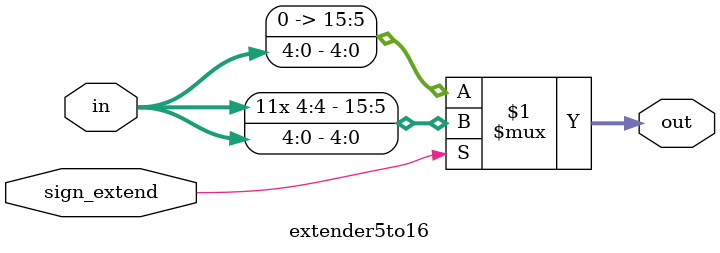
<source format=v>
module extender5to16 (in, sign_extend, out);
  
  input [4:0] in;
  input sign_extend;
  output [15:0] out;
  
  assign out = (sign_extend) ? {{11{in[4]}}, in[4:0]} : {11'b0, in[4:0]};
  
endmodule
</source>
